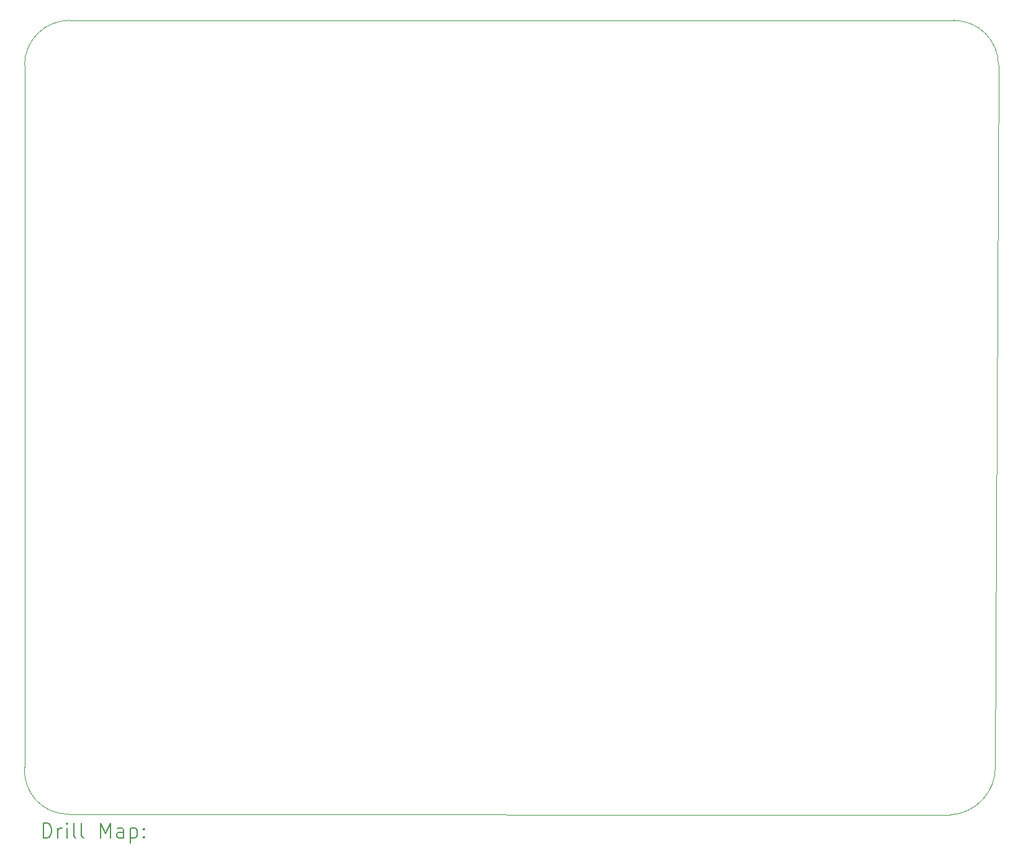
<source format=gbr>
%TF.GenerationSoftware,KiCad,Pcbnew,6.0.11-2627ca5db0~126~ubuntu20.04.1*%
%TF.CreationDate,2023-05-10T16:13:07+05:30*%
%TF.ProjectId,MVCU_F407,4d564355-5f46-4343-9037-2e6b69636164,rev?*%
%TF.SameCoordinates,Original*%
%TF.FileFunction,Drillmap*%
%TF.FilePolarity,Positive*%
%FSLAX45Y45*%
G04 Gerber Fmt 4.5, Leading zero omitted, Abs format (unit mm)*
G04 Created by KiCad (PCBNEW 6.0.11-2627ca5db0~126~ubuntu20.04.1) date 2023-05-10 16:13:07*
%MOMM*%
%LPD*%
G01*
G04 APERTURE LIST*
%ADD10C,0.050000*%
%ADD11C,0.200000*%
G04 APERTURE END LIST*
D10*
X6680800Y-3433200D02*
X18745800Y-3433200D01*
X19355400Y-4042800D02*
X19312500Y-13620000D01*
X6680800Y-3433200D02*
G75*
G03*
X6071200Y-4042800I0J-609600D01*
G01*
X6072502Y-13620000D02*
G75*
G03*
X6672500Y-14260000I590368J-47780D01*
G01*
X6072500Y-13620000D02*
X6071200Y-4042800D01*
X19355400Y-4042800D02*
G75*
G03*
X18745800Y-3433200I-609600J0D01*
G01*
X18702500Y-14270000D02*
X6672500Y-14260000D01*
X18702500Y-14269999D02*
G75*
G03*
X19312500Y-13620000I-41310J649999D01*
G01*
D11*
X6325691Y-14582976D02*
X6325691Y-14382976D01*
X6373310Y-14382976D01*
X6401881Y-14392500D01*
X6420929Y-14411548D01*
X6430453Y-14430595D01*
X6439976Y-14468690D01*
X6439976Y-14497262D01*
X6430453Y-14535357D01*
X6420929Y-14554405D01*
X6401881Y-14573452D01*
X6373310Y-14582976D01*
X6325691Y-14582976D01*
X6525691Y-14582976D02*
X6525691Y-14449643D01*
X6525691Y-14487738D02*
X6535214Y-14468690D01*
X6544738Y-14459167D01*
X6563786Y-14449643D01*
X6582834Y-14449643D01*
X6649500Y-14582976D02*
X6649500Y-14449643D01*
X6649500Y-14382976D02*
X6639976Y-14392500D01*
X6649500Y-14402024D01*
X6659024Y-14392500D01*
X6649500Y-14382976D01*
X6649500Y-14402024D01*
X6773310Y-14582976D02*
X6754262Y-14573452D01*
X6744738Y-14554405D01*
X6744738Y-14382976D01*
X6878072Y-14582976D02*
X6859024Y-14573452D01*
X6849500Y-14554405D01*
X6849500Y-14382976D01*
X7106643Y-14582976D02*
X7106643Y-14382976D01*
X7173310Y-14525833D01*
X7239976Y-14382976D01*
X7239976Y-14582976D01*
X7420929Y-14582976D02*
X7420929Y-14478214D01*
X7411405Y-14459167D01*
X7392357Y-14449643D01*
X7354262Y-14449643D01*
X7335214Y-14459167D01*
X7420929Y-14573452D02*
X7401881Y-14582976D01*
X7354262Y-14582976D01*
X7335214Y-14573452D01*
X7325691Y-14554405D01*
X7325691Y-14535357D01*
X7335214Y-14516309D01*
X7354262Y-14506786D01*
X7401881Y-14506786D01*
X7420929Y-14497262D01*
X7516167Y-14449643D02*
X7516167Y-14649643D01*
X7516167Y-14459167D02*
X7535214Y-14449643D01*
X7573310Y-14449643D01*
X7592357Y-14459167D01*
X7601881Y-14468690D01*
X7611405Y-14487738D01*
X7611405Y-14544881D01*
X7601881Y-14563928D01*
X7592357Y-14573452D01*
X7573310Y-14582976D01*
X7535214Y-14582976D01*
X7516167Y-14573452D01*
X7697119Y-14563928D02*
X7706643Y-14573452D01*
X7697119Y-14582976D01*
X7687595Y-14573452D01*
X7697119Y-14563928D01*
X7697119Y-14582976D01*
X7697119Y-14459167D02*
X7706643Y-14468690D01*
X7697119Y-14478214D01*
X7687595Y-14468690D01*
X7697119Y-14459167D01*
X7697119Y-14478214D01*
M02*

</source>
